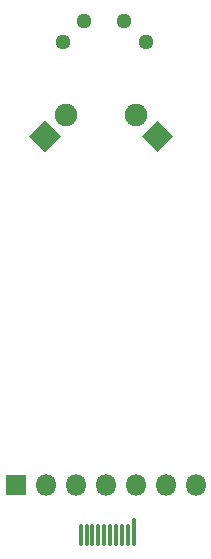
<source format=gbr>
%TF.GenerationSoftware,KiCad,Pcbnew,(5.1.6)-1*%
%TF.CreationDate,2023-10-25T23:53:10+09:00*%
%TF.ProjectId,CMouse-3rd-MOD,434d6f75-7365-42d3-9372-642d4d4f442e,rev?*%
%TF.SameCoordinates,Original*%
%TF.FileFunction,Soldermask,Bot*%
%TF.FilePolarity,Negative*%
%FSLAX46Y46*%
G04 Gerber Fmt 4.6, Leading zero omitted, Abs format (unit mm)*
G04 Created by KiCad (PCBNEW (5.1.6)-1) date 2023-10-25 23:53:10*
%MOMM*%
%LPD*%
G01*
G04 APERTURE LIST*
%ADD10C,0.300000*%
%ADD11C,0.100000*%
%ADD12C,1.900000*%
%ADD13R,1.800000X1.800000*%
%ADD14O,1.800000X1.800000*%
%ADD15C,1.292000*%
G04 APERTURE END LIST*
D10*
X117000000Y-151000000D02*
X117000000Y-149000000D01*
X116500000Y-151000000D02*
X116500000Y-149500000D01*
X116000000Y-151000000D02*
X116000000Y-149500000D01*
X115500000Y-151000000D02*
X115500000Y-149500000D01*
X115000000Y-151000000D02*
X115000000Y-149500000D01*
X114500000Y-151000000D02*
X114500000Y-149500000D01*
X114000000Y-151000000D02*
X114000000Y-149500000D01*
X113500000Y-151000000D02*
X113500000Y-149500000D01*
X113000000Y-151000000D02*
X113000000Y-149500000D01*
X112500000Y-151000000D02*
X112500000Y-149500000D01*
D11*
%TO.C,IR5*%
G36*
X109500000Y-117843503D02*
G01*
X108156497Y-116500000D01*
X109500000Y-115156497D01*
X110843503Y-116500000D01*
X109500000Y-117843503D01*
G37*
D12*
X111296051Y-114703949D03*
%TD*%
%TO.C,IR6*%
X117203949Y-114703949D03*
D11*
G36*
X120343503Y-116500000D02*
G01*
X119000000Y-117843503D01*
X117656497Y-116500000D01*
X119000000Y-115156497D01*
X120343503Y-116500000D01*
G37*
%TD*%
D13*
%TO.C,J1*%
X107000000Y-146000000D03*
D14*
X109540000Y-146000000D03*
X112080000Y-146000000D03*
X114620000Y-146000000D03*
X117160000Y-146000000D03*
X119700000Y-146000000D03*
X122240000Y-146000000D03*
%TD*%
D15*
%TO.C,S5*%
X111000000Y-108500000D03*
X112796051Y-106703949D03*
%TD*%
%TO.C,S6*%
X116203949Y-106703949D03*
X118000000Y-108500000D03*
%TD*%
M02*

</source>
